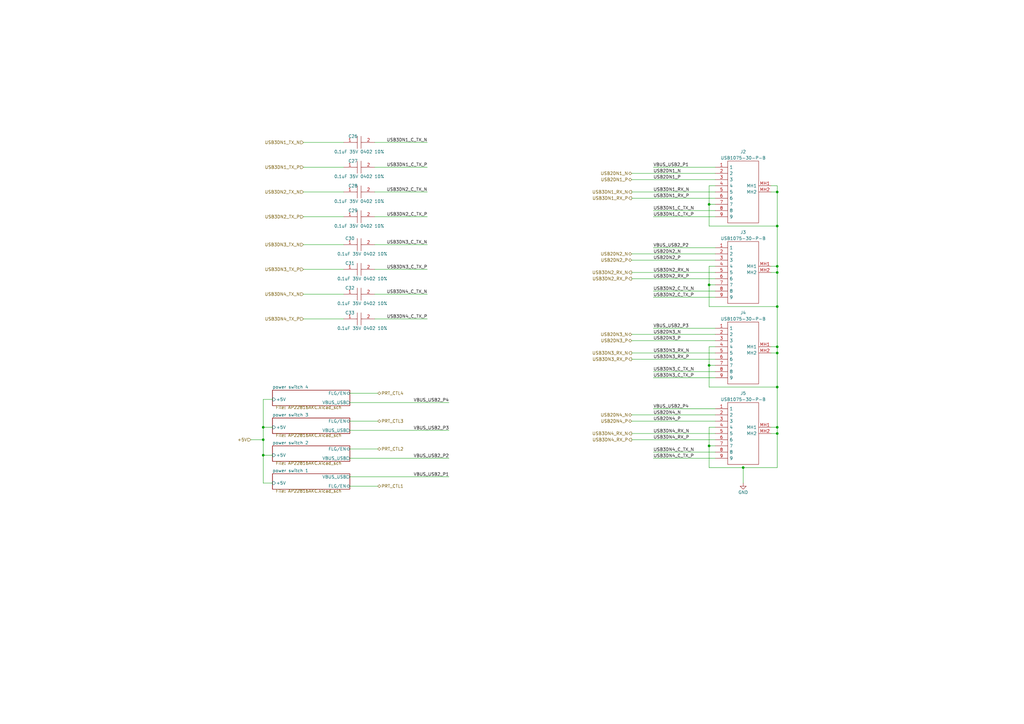
<source format=kicad_sch>
(kicad_sch (version 20230121) (generator eeschema)
  (paper "A3")
  (title_block (title "USB CONN") (date "2021-11-08") (rev "0.1"))
  (lib_symbols
    (symbol "CGA2B3X7R1V104K050BB_1" (pin_names (offset 0.762))
      (property "Reference" "C" (at 8.89 6.35 0))
      (property "Value" "CGA2B3X7R1V104K050BB_1" (at 8.89 3.81 0))
      (symbol "CGA2B3X7R1V104K050BB_1_0_0"
        (pin passive line (at 0 0 0) (length 5.08) (name "~") (number "1"))
        (pin passive line (at 12.7 0 180) (length 5.08) (name "~") (number "2"))
      )
      (symbol "CGA2B3X7R1V104K050BB_1_0_1"
        (polyline (pts (xy 5.08 0) (xy 5.588 0)) (stroke (width 0.1524)))
        (polyline (pts (xy 5.588 2.54) (xy 5.588 -2.54)) (stroke (width 0.1524)))
        (polyline (pts (xy 7.112 0) (xy 7.62 0)) (stroke (width 0.1524)))
        (polyline (pts (xy 7.112 2.54) (xy 7.112 -2.54)) (stroke (width 0.1524)))
      )
    )
    (symbol "CGA2B3X7R1V104K050BB_2" (pin_names (offset 0.762))
      (property "Reference" "C" (at 8.89 6.35 0))
      (property "Value" "CGA2B3X7R1V104K050BB_2" (at 8.89 3.81 0))
      (symbol "CGA2B3X7R1V104K050BB_2_0_0"
        (pin passive line (at 0 0 0) (length 5.08) (name "~") (number "1"))
        (pin passive line (at 12.7 0 180) (length 5.08) (name "~") (number "2"))
      )
      (symbol "CGA2B3X7R1V104K050BB_2_0_1"
        (polyline (pts (xy 5.08 0) (xy 5.588 0)) (stroke (width 0.1524)))
        (polyline (pts (xy 5.588 2.54) (xy 5.588 -2.54)) (stroke (width 0.1524)))
        (polyline (pts (xy 7.112 0) (xy 7.62 0)) (stroke (width 0.1524)))
        (polyline (pts (xy 7.112 2.54) (xy 7.112 -2.54)) (stroke (width 0.1524)))
      )
    )
    (symbol "CGA2B3X7R1V104K050BB_3" (pin_names (offset 0.762))
      (property "Reference" "C" (at 8.89 6.35 0))
      (property "Value" "CGA2B3X7R1V104K050BB_3" (at 8.89 3.81 0))
      (symbol "CGA2B3X7R1V104K050BB_3_0_0"
        (pin passive line (at 0 0 0) (length 5.08) (name "~") (number "1"))
        (pin passive line (at 12.7 0 180) (length 5.08) (name "~") (number "2"))
      )
      (symbol "CGA2B3X7R1V104K050BB_3_0_1"
        (polyline (pts (xy 5.08 0) (xy 5.588 0)) (stroke (width 0.1524)))
        (polyline (pts (xy 5.588 2.54) (xy 5.588 -2.54)) (stroke (width 0.1524)))
        (polyline (pts (xy 7.112 0) (xy 7.62 0)) (stroke (width 0.1524)))
        (polyline (pts (xy 7.112 2.54) (xy 7.112 -2.54)) (stroke (width 0.1524)))
      )
    )
    (symbol "power:GND" (power) (pin_names (offset 0))
      (property "Value" "GND" (at 0 -3.81 0))
      (symbol "GND_0_1"
        (polyline (pts (xy 0 0) (xy 0 -1.27) (xy 1.27 -1.27) (xy 0 -2.54) (xy -1.27 -1.27) (xy 0 -1.27)))
      )
      (symbol "GND_1_1"
        (pin power_in line (at 0 0 270) (length 0) hide (name "GND") (number "1"))
      )
    )
    (symbol "usb_to_lan:CGA2B3X7R1V104K050BB" (pin_names (offset 0.762))
      (property "Reference" "C" (at 8.89 6.35 0))
      (property "Value" "CGA2B3X7R1V104K050BB" (at 8.89 3.81 0))
      (symbol "CGA2B3X7R1V104K050BB_0_0"
        (pin passive line (at 0 0 0) (length 5.08) (name "~") (number "1"))
        (pin passive line (at 12.7 0 180) (length 5.08) (name "~") (number "2"))
      )
      (symbol "CGA2B3X7R1V104K050BB_0_1"
        (polyline (pts (xy 5.08 0) (xy 5.588 0)) (stroke (width 0.1524)))
        (polyline (pts (xy 5.588 2.54) (xy 5.588 -2.54)) (stroke (width 0.1524)))
        (polyline (pts (xy 7.112 0) (xy 7.62 0)) (stroke (width 0.1524)))
        (polyline (pts (xy 7.112 2.54) (xy 7.112 -2.54)) (stroke (width 0.1524)))
      )
    )
    (symbol "usb_to_lan:USB1075-30-P-B" (pin_names (offset 0.762))
      (property "Reference" "J" (at 19.05 7.62 0))
      (property "Value" "USB1075-30-P-B" (at 19.05 5.08 0))
      (symbol "USB1075-30-P-B_0_0"
        (pin passive line (at 0 0 0) (length 5.08) (name "1") (number "1"))
        (pin passive line (at 0 -2.54 0) (length 5.08) (name "2") (number "2"))
        (pin passive line (at 0 -5.08 0) (length 5.08) (name "3") (number "3"))
        (pin passive line (at 0 -7.62 0) (length 5.08) (name "4") (number "4"))
        (pin passive line (at 0 -10.16 0) (length 5.08) (name "5") (number "5"))
        (pin passive line (at 0 -12.7 0) (length 5.08) (name "6") (number "6"))
        (pin passive line (at 0 -15.24 0) (length 5.08) (name "7") (number "7"))
        (pin passive line (at 0 -17.78 0) (length 5.08) (name "8") (number "8"))
        (pin passive line (at 0 -20.32 0) (length 5.08) (name "9") (number "9"))
        (pin passive line (at 22.86 -7.62 180) (length 5.08) (name "MH1") (number "MH1"))
        (pin passive line (at 22.86 -10.16 180) (length 5.08) (name "MH2") (number "MH2"))
      )
      (symbol "USB1075-30-P-B_0_1"
        (polyline (pts (xy 5.08 2.54) (xy 17.78 2.54) (xy 17.78 -22.86) (xy 5.08 -22.86) (xy 5.08 2.54)) (stroke (width 0.1524)))
      )
    )
  )
  (junction (at 304.8 191.77))
  (junction (at 318.77 92.71))
  (junction (at 318.77 78.74))
  (junction (at 107.95 175.26))
  (junction (at 318.77 111.76))
  (junction (at 318.77 125.73))
  (junction (at 107.95 180.34))
  (junction (at 318.77 142.24))
  (junction (at 318.77 144.78))
  (junction (at 290.83 83.82))
  (junction (at 290.83 182.88))
  (junction (at 318.77 109.22))
  (junction (at 318.77 158.75))
  (junction (at 107.95 186.69))
  (junction (at 318.77 177.8))
  (junction (at 290.83 149.86))
  (junction (at 290.83 116.84))
  (junction (at 318.77 175.26))
  (wire (pts (xy 293.37 172.72) (xy 259.08 172.72)))
  (wire (pts (xy 293.37 71.12) (xy 259.08 71.12)))
  (wire (pts (xy 153.67 130.81) (xy 175.26 130.81)))
  (wire (pts (xy 140.97 58.42) (xy 124.46 58.42)))
  (wire (pts (xy 293.37 119.38) (xy 267.97 119.38)))
  (wire (pts (xy 140.97 100.33) (xy 124.46 100.33)))
  (wire (pts (xy 290.83 182.88) (xy 293.37 182.88)))
  (wire (pts (xy 107.95 175.26) (xy 111.76 175.26)))
  (wire (pts (xy 107.95 186.69) (xy 107.95 198.12)))
  (wire (pts (xy 318.77 144.78) (xy 316.23 144.78)))
  (wire (pts (xy 107.95 163.83) (xy 111.76 163.83)))
  (wire (pts (xy 318.77 177.8) (xy 318.77 191.77)))
  (wire (pts (xy 111.76 186.69) (xy 107.95 186.69)))
  (wire (pts (xy 140.97 120.65) (xy 124.46 120.65)))
  (wire (pts (xy 293.37 81.28) (xy 259.08 81.28)))
  (wire (pts (xy 318.77 158.75) (xy 318.77 175.26)))
  (wire (pts (xy 267.97 134.62) (xy 293.37 134.62)))
  (wire (pts (xy 290.83 191.77) (xy 290.83 182.88)))
  (wire (pts (xy 290.83 142.24) (xy 290.83 149.86)))
  (wire (pts (xy 290.83 116.84) (xy 293.37 116.84)))
  (wire (pts (xy 293.37 139.7) (xy 259.08 139.7)))
  (wire (pts (xy 290.83 83.82) (xy 290.83 92.71)))
  (wire (pts (xy 140.97 68.58) (xy 124.46 68.58)))
  (wire (pts (xy 267.97 167.64) (xy 293.37 167.64)))
  (wire (pts (xy 290.83 76.2) (xy 290.83 83.82)))
  (wire (pts (xy 318.77 78.74) (xy 318.77 76.2)))
  (wire (pts (xy 293.37 121.92) (xy 267.97 121.92)))
  (wire (pts (xy 290.83 125.73) (xy 318.77 125.73)))
  (wire (pts (xy 154.94 161.29) (xy 143.51 161.29)))
  (wire (pts (xy 153.67 88.9) (xy 175.26 88.9)))
  (wire (pts (xy 293.37 144.78) (xy 259.08 144.78)))
  (wire (pts (xy 316.23 78.74) (xy 318.77 78.74)))
  (wire (pts (xy 318.77 158.75) (xy 290.83 158.75)))
  (wire (pts (xy 290.83 158.75) (xy 290.83 149.86)))
  (wire (pts (xy 154.94 184.15) (xy 143.51 184.15)))
  (wire (pts (xy 318.77 175.26) (xy 318.77 177.8)))
  (wire (pts (xy 293.37 152.4) (xy 267.97 152.4)))
  (wire (pts (xy 304.8 191.77) (xy 290.83 191.77)))
  (wire (pts (xy 107.95 198.12) (xy 111.76 198.12)))
  (wire (pts (xy 318.77 111.76) (xy 316.23 111.76)))
  (wire (pts (xy 318.77 76.2) (xy 316.23 76.2)))
  (wire (pts (xy 316.23 109.22) (xy 318.77 109.22)))
  (wire (pts (xy 293.37 109.22) (xy 290.83 109.22)))
  (wire (pts (xy 102.87 180.34) (xy 107.95 180.34)))
  (wire (pts (xy 140.97 110.49) (xy 124.46 110.49)))
  (wire (pts (xy 154.94 199.39) (xy 143.51 199.39)))
  (wire (pts (xy 267.97 68.58) (xy 293.37 68.58)))
  (wire (pts (xy 293.37 86.36) (xy 267.97 86.36)))
  (wire (pts (xy 153.67 100.33) (xy 175.26 100.33)))
  (wire (pts (xy 293.37 114.3) (xy 259.08 114.3)))
  (wire (pts (xy 293.37 177.8) (xy 259.08 177.8)))
  (wire (pts (xy 290.83 109.22) (xy 290.83 116.84)))
  (wire (pts (xy 293.37 73.66) (xy 259.08 73.66)))
  (wire (pts (xy 318.77 191.77) (xy 304.8 191.77)))
  (wire (pts (xy 267.97 101.6) (xy 293.37 101.6)))
  (wire (pts (xy 293.37 154.94) (xy 267.97 154.94)))
  (wire (pts (xy 107.95 180.34) (xy 107.95 175.26)))
  (wire (pts (xy 293.37 180.34) (xy 259.08 180.34)))
  (wire (pts (xy 293.37 170.18) (xy 259.08 170.18)))
  (wire (pts (xy 154.94 172.72) (xy 143.51 172.72)))
  (wire (pts (xy 293.37 104.14) (xy 259.08 104.14)))
  (wire (pts (xy 316.23 175.26) (xy 318.77 175.26)))
  (wire (pts (xy 293.37 187.96) (xy 267.97 187.96)))
  (wire (pts (xy 318.77 142.24) (xy 318.77 144.78)))
  (wire (pts (xy 318.77 125.73) (xy 318.77 142.24)))
  (wire (pts (xy 140.97 88.9) (xy 124.46 88.9)))
  (wire (pts (xy 290.83 175.26) (xy 293.37 175.26)))
  (wire (pts (xy 290.83 83.82) (xy 293.37 83.82)))
  (wire (pts (xy 304.8 191.77) (xy 304.8 198.12)))
  (wire (pts (xy 293.37 185.42) (xy 267.97 185.42)))
  (wire (pts (xy 316.23 142.24) (xy 318.77 142.24)))
  (wire (pts (xy 107.95 175.26) (xy 107.95 163.83)))
  (wire (pts (xy 318.77 177.8) (xy 316.23 177.8)))
  (wire (pts (xy 153.67 68.58) (xy 175.26 68.58)))
  (wire (pts (xy 153.67 58.42) (xy 175.26 58.42)))
  (wire (pts (xy 293.37 137.16) (xy 259.08 137.16)))
  (wire (pts (xy 184.15 187.96) (xy 143.51 187.96)))
  (wire (pts (xy 140.97 78.74) (xy 124.46 78.74)))
  (wire (pts (xy 293.37 147.32) (xy 259.08 147.32)))
  (wire (pts (xy 290.83 149.86) (xy 293.37 149.86)))
  (wire (pts (xy 153.67 78.74) (xy 175.26 78.74)))
  (wire (pts (xy 140.97 130.81) (xy 124.46 130.81)))
  (wire (pts (xy 153.67 110.49) (xy 175.26 110.49)))
  (wire (pts (xy 318.77 144.78) (xy 318.77 158.75)))
  (wire (pts (xy 293.37 88.9) (xy 267.97 88.9)))
  (wire (pts (xy 293.37 106.68) (xy 259.08 106.68)))
  (wire (pts (xy 318.77 92.71) (xy 318.77 78.74)))
  (wire (pts (xy 290.83 116.84) (xy 290.83 125.73)))
  (wire (pts (xy 293.37 76.2) (xy 290.83 76.2)))
  (wire (pts (xy 184.15 165.1) (xy 143.51 165.1)))
  (wire (pts (xy 290.83 92.71) (xy 318.77 92.71)))
  (wire (pts (xy 318.77 111.76) (xy 318.77 125.73)))
  (wire (pts (xy 184.15 195.58) (xy 143.51 195.58)))
  (wire (pts (xy 318.77 92.71) (xy 318.77 109.22)))
  (wire (pts (xy 290.83 182.88) (xy 290.83 175.26)))
  (wire (pts (xy 184.15 176.53) (xy 143.51 176.53)))
  (wire (pts (xy 107.95 186.69) (xy 107.95 180.34)))
  (wire (pts (xy 293.37 142.24) (xy 290.83 142.24)))
  (wire (pts (xy 318.77 109.22) (xy 318.77 111.76)))
  (wire (pts (xy 293.37 78.74) (xy 259.08 78.74)))
  (wire (pts (xy 153.67 120.65) (xy 175.26 120.65)))
  (wire (pts (xy 293.37 111.76) (xy 259.08 111.76)))
  (label "VBUS_USB2_P2" (at 184.15 187.96 180))
  (label "USB3DN3_C_TX_N" (at 175.26 100.33 180))
  (label "USB3DN4_RX_N" (at 267.97 177.8 0))
  (label "USB3DN1_RX_P" (at 267.97 81.28 0))
  (label "USB3DN1_C_TX_N" (at 175.26 58.42 180))
  (label "USB3DN2_RX_N" (at 267.97 111.76 0))
  (label "USB3DN4_RX_P" (at 267.97 180.34 0))
  (label "USB2DN2_P" (at 267.97 106.68 0))
  (label "USB3DN3_RX_P" (at 267.97 147.32 0))
  (label "USB3DN1_C_TX_P" (at 175.26 68.58 180))
  (label "USB3DN2_RX_P" (at 267.97 114.3 0))
  (label "USB3DN4_C_TX_P" (at 175.26 130.81 180))
  (label "USB3DN2_C_TX_P" (at 267.97 121.92 0))
  (label "USB3DN2_C_TX_P" (at 175.26 88.9 180))
  (label "USB3DN1_RX_N" (at 267.97 78.74 0))
  (label "USB3DN1_C_TX_N" (at 267.97 86.36 0))
  (label "VBUS_USB2_P4" (at 267.97 167.64 0))
  (label "USB3DN3_C_TX_N" (at 267.97 152.4 0))
  (label "USB3DN4_C_TX_N" (at 175.26 120.65 180))
  (label "USB3DN2_C_TX_N" (at 267.97 119.38 0))
  (label "VBUS_USB2_P3" (at 267.97 134.62 0))
  (label "USB3DN4_C_TX_N" (at 267.97 185.42 0))
  (label "USB2DN3_N" (at 267.97 137.16 0))
  (label "VBUS_USB2_P4" (at 184.15 165.1 180))
  (label "USB3DN1_C_TX_P" (at 267.97 88.9 0))
  (label "VBUS_USB2_P2" (at 267.97 101.6 0))
  (label "VBUS_USB2_P1" (at 184.15 195.58 180))
  (label "USB3DN4_C_TX_P" (at 267.97 187.96 0))
  (label "USB3DN2_C_TX_N" (at 175.26 78.74 180))
  (label "USB3DN3_C_TX_P" (at 267.97 154.94 0))
  (label "USB2DN3_P" (at 267.97 139.7 0))
  (label "USB2DN1_P" (at 267.97 73.66 0))
  (label "USB3DN3_RX_N" (at 267.97 144.78 0))
  (label "USB3DN3_C_TX_P" (at 175.26 110.49 180))
  (label "USB2DN1_N" (at 267.97 71.12 0))
  (label "USB2DN4_N" (at 267.97 170.18 0))
  (label "USB2DN2_N" (at 267.97 104.14 0))
  (label "VBUS_USB2_P1" (at 267.97 68.58 0))
  (label "VBUS_USB2_P3" (at 184.15 176.53 180))
  (label "USB2DN4_P" (at 267.97 172.72 0))
  (hierarchical_label "USB2DN2_P" (shape bidirectional) (at 259.08 106.68 180))
  (hierarchical_label "USB3DN3_TX_P" (shape input) (at 124.46 110.49 180))
  (hierarchical_label "USB3DN2_RX_N" (shape output) (at 259.08 111.76 180))
  (hierarchical_label "PRT_CTL2" (shape bidirectional) (at 154.94 184.15 0))
  (hierarchical_label "USB3DN1_RX_P" (shape output) (at 259.08 81.28 180))
  (hierarchical_label "USB2DN4_P" (shape bidirectional) (at 259.08 172.72 180))
  (hierarchical_label "USB3DN2_RX_P" (shape output) (at 259.08 114.3 180))
  (hierarchical_label "USB3DN2_TX_P" (shape input) (at 124.46 88.9 180))
  (hierarchical_label "USB2DN3_P" (shape bidirectional) (at 259.08 139.7 180))
  (hierarchical_label "USB3DN3_RX_P" (shape output) (at 259.08 147.32 180))
  (hierarchical_label "USB3DN4_TX_P" (shape input) (at 124.46 130.81 180))
  (hierarchical_label "PRT_CTL1" (shape bidirectional) (at 154.94 199.39 0))
  (hierarchical_label "USB2DN1_P" (shape bidirectional) (at 259.08 73.66 180))
  (hierarchical_label "USB2DN4_N" (shape bidirectional) (at 259.08 170.18 180))
  (hierarchical_label "USB2DN1_N" (shape bidirectional) (at 259.08 71.12 180))
  (hierarchical_label "USB3DN3_RX_N" (shape output) (at 259.08 144.78 180))
  (hierarchical_label "USB3DN4_TX_N" (shape input) (at 124.46 120.65 180))
  (hierarchical_label "USB2DN3_N" (shape bidirectional) (at 259.08 137.16 180))
  (hierarchical_label "USB3DN2_TX_N" (shape input) (at 124.46 78.74 180))
  (hierarchical_label "PRT_CTL4" (shape bidirectional) (at 154.94 161.29 0))
  (hierarchical_label "+5V" (shape input) (at 102.87 180.34 180))
  (hierarchical_label "USB2DN2_N" (shape bidirectional) (at 259.08 104.14 180))
  (hierarchical_label "USB3DN1_RX_N" (shape output) (at 259.08 78.74 180))
  (hierarchical_label "USB3DN1_TX_N" (shape input) (at 124.46 58.42 180))
  (hierarchical_label "USB3DN1_TX_P" (shape input) (at 124.46 68.58 180))
  (hierarchical_label "USB3DN4_RX_N" (shape output) (at 259.08 177.8 180))
  (hierarchical_label "USB3DN3_TX_N" (shape input) (at 124.46 100.33 180))
  (hierarchical_label "USB3DN4_RX_P" (shape output) (at 259.08 180.34 180))
  (hierarchical_label "PRT_CTL3" (shape bidirectional) (at 154.94 172.72 0))
  (symbol (lib_name "CGA2B3X7R1V104K050BB_2") (lib_id "usb_to_lan:CGA2B3X7R1V104K050BB") (at 140.97 100.33 0) (unit 1)
    (property "Reference" "C30" (at 143.51 97.79 0))
    (property "Value" "0.1uF 35V 0402 10%" (at 148.59 104.14 0))
    (property "Footprint" "C_0402_1005Metric" (effects hide))
    (property "Datasheet" "https://datasheet.datasheetarchive.com/originals/distributors/Datasheets-DGA20/25667.pdf" (effects hide))
    (property "Description" "Capacitor Auto CGA 0402 35V 100nF X7R" (effects hide))
    (property "Height" "0.55" (effects hide))
    (property "Manufacturer_Name" "TDK" (effects hide))
    (property "Manufacturer_Part_Number" "CGA2B3X7R1V104K050BB" (effects hide))
    (property "Mouser Part Number" "810-CGA2B3X7R1V104K" (effects hide))
    (property "Mouser Price/Stock" "https://www.mouser.co.uk/ProductDetail/TDK/CGA2B3X7R1V104K050BB?qs=NRhsANhppD%252Bp9zWDEim%2FoA%3D%3D" (effects hide))
    (property "Arrow Part Number" "CGA2B3X7R1V104K050BB" (effects hide))
    (property "Arrow Price/Stock" "https://www.arrow.com/en/products/cga2b3x7r1v104k050bb/tdk?region=nac" (effects hide))
  )
  (symbol (lib_name "CGA2B3X7R1V104K050BB_3") (lib_id "usb_to_lan:CGA2B3X7R1V104K050BB") (at 140.97 110.49 0) (unit 1)
    (property "Reference" "C31" (at 143.51 107.95 0))
    (property "Value" "0.1uF 35V 0402 10%" (at 148.59 114.3 0))
    (property "Footprint" "C_0402_1005Metric" (effects hide))
    (property "Datasheet" "https://datasheet.datasheetarchive.com/originals/distributors/Datasheets-DGA20/25667.pdf" (effects hide))
    (property "Description" "Capacitor Auto CGA 0402 35V 100nF X7R" (effects hide))
    (property "Height" "0.55" (effects hide))
    (property "Manufacturer_Name" "TDK" (effects hide))
    (property "Manufacturer_Part_Number" "CGA2B3X7R1V104K050BB" (effects hide))
    (property "Mouser Part Number" "810-CGA2B3X7R1V104K" (effects hide))
    (property "Mouser Price/Stock" "https://www.mouser.co.uk/ProductDetail/TDK/CGA2B3X7R1V104K050BB?qs=NRhsANhppD%252Bp9zWDEim%2FoA%3D%3D" (effects hide))
    (property "Arrow Part Number" "CGA2B3X7R1V104K050BB" (effects hide))
    (property "Arrow Price/Stock" "https://www.arrow.com/en/products/cga2b3x7r1v104k050bb/tdk?region=nac" (effects hide))
  )
  (symbol (lib_id "usb_to_lan:CGA2B3X7R1V104K050BB") (at 140.97 120.65 0) (unit 1)
    (property "Reference" "C32" (at 143.51 118.11 0))
    (property "Value" "0.1uF 35V 0402 10%" (at 148.59 124.46 0))
    (property "Footprint" "C_0402_1005Metric" (effects hide))
    (property "Datasheet" "https://datasheet.datasheetarchive.com/originals/distributors/Datasheets-DGA20/25667.pdf" (effects hide))
    (property "Description" "Capacitor Auto CGA 0402 35V 100nF X7R" (effects hide))
    (property "Height" "0.55" (effects hide))
    (property "Manufacturer_Name" "TDK" (effects hide))
    (property "Manufacturer_Part_Number" "CGA2B3X7R1V104K050BB" (effects hide))
    (property "Mouser Part Number" "810-CGA2B3X7R1V104K" (effects hide))
    (property "Mouser Price/Stock" "https://www.mouser.co.uk/ProductDetail/TDK/CGA2B3X7R1V104K050BB?qs=NRhsANhppD%252Bp9zWDEim%2FoA%3D%3D" (effects hide))
    (property "Arrow Part Number" "CGA2B3X7R1V104K050BB" (effects hide))
    (property "Arrow Price/Stock" "https://www.arrow.com/en/products/cga2b3x7r1v104k050bb/tdk?region=nac" (effects hide))
  )
  (symbol (lib_name "CGA2B3X7R1V104K050BB_1") (lib_id "usb_to_lan:CGA2B3X7R1V104K050BB") (at 140.97 130.81 0) (unit 1)
    (property "Reference" "C33" (at 143.51 128.27 0))
    (property "Value" "0.1uF 35V 0402 10%" (at 148.59 134.62 0))
    (property "Footprint" "C_0402_1005Metric" (effects hide))
    (property "Datasheet" "https://datasheet.datasheetarchive.com/originals/distributors/Datasheets-DGA20/25667.pdf" (effects hide))
    (property "Description" "Capacitor Auto CGA 0402 35V 100nF X7R" (effects hide))
    (property "Height" "0.55" (effects hide))
    (property "Manufacturer_Name" "TDK" (effects hide))
    (property "Manufacturer_Part_Number" "CGA2B3X7R1V104K050BB" (effects hide))
    (property "Mouser Part Number" "810-CGA2B3X7R1V104K" (effects hide))
    (property "Mouser Price/Stock" "https://www.mouser.co.uk/ProductDetail/TDK/CGA2B3X7R1V104K050BB?qs=NRhsANhppD%252Bp9zWDEim%2FoA%3D%3D" (effects hide))
    (property "Arrow Part Number" "CGA2B3X7R1V104K050BB" (effects hide))
    (property "Arrow Price/Stock" "https://www.arrow.com/en/products/cga2b3x7r1v104k050bb/tdk?region=nac" (effects hide))
  )
  (symbol (lib_id "usb_to_lan:CGA2B3X7R1V104K050BB") (at 140.97 88.9 0) (unit 1)
    (property "Reference" "C29" (at 144.78 86.36 0))
    (property "Value" "0.1uF 35V 0402 10%" (at 147.32 92.71 0))
    (property "Footprint" "C_0402_1005Metric" (effects hide))
    (property "Datasheet" "https://datasheet.datasheetarchive.com/originals/distributors/Datasheets-DGA20/25667.pdf" (effects hide))
    (property "Description" "Capacitor Auto CGA 0402 35V 100nF X7R" (effects hide))
    (property "Height" "0.55" (effects hide))
    (property "Manufacturer_Name" "TDK" (effects hide))
    (property "Manufacturer_Part_Number" "CGA2B3X7R1V104K050BB" (effects hide))
    (property "Mouser Part Number" "810-CGA2B3X7R1V104K" (effects hide))
    (property "Mouser Price/Stock" "https://www.mouser.co.uk/ProductDetail/TDK/CGA2B3X7R1V104K050BB?qs=NRhsANhppD%252Bp9zWDEim%2FoA%3D%3D" (effects hide))
    (property "Arrow Part Number" "CGA2B3X7R1V104K050BB" (effects hide))
    (property "Arrow Price/Stock" "https://www.arrow.com/en/products/cga2b3x7r1v104k050bb/tdk?region=nac" (effects hide))
  )
  (symbol (lib_name "CGA2B3X7R1V104K050BB_1") (lib_id "usb_to_lan:CGA2B3X7R1V104K050BB") (at 140.97 78.74 0) (unit 1)
    (property "Reference" "C28" (at 144.78 76.2 0))
    (property "Value" "0.1uF 35V 0402 10%" (at 147.32 82.55 0))
    (property "Footprint" "C_0402_1005Metric" (effects hide))
    (property "Datasheet" "https://datasheet.datasheetarchive.com/originals/distributors/Datasheets-DGA20/25667.pdf" (effects hide))
    (property "Description" "Capacitor Auto CGA 0402 35V 100nF X7R" (effects hide))
    (property "Height" "0.55" (effects hide))
    (property "Manufacturer_Name" "TDK" (effects hide))
    (property "Manufacturer_Part_Number" "CGA2B3X7R1V104K050BB" (effects hide))
    (property "Mouser Part Number" "810-CGA2B3X7R1V104K" (effects hide))
    (property "Mouser Price/Stock" "https://www.mouser.co.uk/ProductDetail/TDK/CGA2B3X7R1V104K050BB?qs=NRhsANhppD%252Bp9zWDEim%2FoA%3D%3D" (effects hide))
    (property "Arrow Part Number" "CGA2B3X7R1V104K050BB" (effects hide))
    (property "Arrow Price/Stock" "https://www.arrow.com/en/products/cga2b3x7r1v104k050bb/tdk?region=nac" (effects hide))
  )
  (symbol (lib_id "usb_to_lan:USB1075-30-P-B") (at 293.37 101.6 0) (unit 1)
    (property "Reference" "J3" (at 304.8 95.25 0))
    (property "Value" "USB1075-30-P-B" (at 304.8 97.79 0))
    (property "Footprint" "USB107530PB" (effects hide))
    (property "Datasheet" "https://componentsearchengine.com/Datasheets/2/USB1075-30-P-B.pdf" (effects hide))
    (property "Description" "USB Connectors USB3.0 A Skt, Thru Hole, R/A, 30u\", With kinked stake, Tray" (effects hide))
    (property "Height" "7.24" (effects hide))
    (property "Manufacturer_Name" "GCT (GLOBAL CONNECTOR TECHNOLOGY)" (effects hide))
    (property "Manufacturer_Part_Number" "USB1075-30-P-B" (effects hide))
    (property "Mouser Part Number" "640-USB1075-30-P-B" (effects hide))
    (property "Mouser Price/Stock" "https://www.mouser.co.uk/ProductDetail/GCT/USB1075-30-P-B?qs=KUoIvG%2F9IlZYzf7vNUF1qQ%3D%3D" (effects hide))
  )
  (symbol (lib_id "usb_to_lan:CGA2B3X7R1V104K050BB") (at 140.97 68.58 0) (unit 1)
    (property "Reference" "C27" (at 144.78 66.04 0))
    (property "Value" "0.1uF 35V 0402 10%" (at 147.32 72.39 0))
    (property "Footprint" "C_0402_1005Metric" (effects hide))
    (property "Datasheet" "https://datasheet.datasheetarchive.com/originals/distributors/Datasheets-DGA20/25667.pdf" (effects hide))
    (property "Description" "Capacitor Auto CGA 0402 35V 100nF X7R" (effects hide))
    (property "Height" "0.55" (effects hide))
    (property "Manufacturer_Name" "TDK" (effects hide))
    (property "Manufacturer_Part_Number" "CGA2B3X7R1V104K050BB" (effects hide))
    (property "Mouser Part Number" "810-CGA2B3X7R1V104K" (effects hide))
    (property "Mouser Price/Stock" "https://www.mouser.co.uk/ProductDetail/TDK/CGA2B3X7R1V104K050BB?qs=NRhsANhppD%252Bp9zWDEim%2FoA%3D%3D" (effects hide))
    (property "Arrow Part Number" "CGA2B3X7R1V104K050BB" (effects hide))
    (property "Arrow Price/Stock" "https://www.arrow.com/en/products/cga2b3x7r1v104k050bb/tdk?region=nac" (effects hide))
  )
  (symbol (lib_id "usb_to_lan:USB1075-30-P-B") (at 293.37 134.62 0) (unit 1)
    (property "Reference" "J4" (at 304.8 128.27 0))
    (property "Value" "USB1075-30-P-B" (at 304.8 130.81 0))
    (property "Footprint" "USB107530PB" (effects hide))
    (property "Datasheet" "https://componentsearchengine.com/Datasheets/2/USB1075-30-P-B.pdf" (effects hide))
    (property "Description" "USB Connectors USB3.0 A Skt, Thru Hole, R/A, 30u\", With kinked stake, Tray" (effects hide))
    (property "Height" "7.24" (effects hide))
    (property "Manufacturer_Name" "GCT (GLOBAL CONNECTOR TECHNOLOGY)" (effects hide))
    (property "Manufacturer_Part_Number" "USB1075-30-P-B" (effects hide))
    (property "Mouser Part Number" "640-USB1075-30-P-B" (effects hide))
    (property "Mouser Price/Stock" "https://www.mouser.co.uk/ProductDetail/GCT/USB1075-30-P-B?qs=KUoIvG%2F9IlZYzf7vNUF1qQ%3D%3D" (effects hide))
  )
  (symbol (lib_id "power:GND") (at 304.8 198.12 0) (unit 1)
    (property "Reference" "#PWR025" (effects hide))
    (property "Value" "GND" (at 304.8 201.93 0))
  )
  (symbol (lib_id "usb_to_lan:USB1075-30-P-B") (at 293.37 68.58 0) (unit 1)
    (property "Reference" "J2" (at 304.8 62.23 0))
    (property "Value" "USB1075-30-P-B" (at 304.8 64.77 0))
    (property "Footprint" "USB107530PB" (effects hide))
    (property "Datasheet" "https://componentsearchengine.com/Datasheets/2/USB1075-30-P-B.pdf" (effects hide))
    (property "Description" "USB Connectors USB3.0 A Skt, Thru Hole, R/A, 30u\", With kinked stake, Tray" (effects hide))
    (property "Height" "7.24" (effects hide))
    (property "Manufacturer_Name" "GCT (GLOBAL CONNECTOR TECHNOLOGY)" (effects hide))
    (property "Manufacturer_Part_Number" "USB1075-30-P-B" (effects hide))
    (property "Mouser Part Number" "640-USB1075-30-P-B" (effects hide))
    (property "Mouser Price/Stock" "https://www.mouser.co.uk/ProductDetail/GCT/USB1075-30-P-B?qs=KUoIvG%2F9IlZYzf7vNUF1qQ%3D%3D" (effects hide))
  )
  (symbol (lib_id "usb_to_lan:USB1075-30-P-B") (at 293.37 167.64 0) (unit 1)
    (property "Reference" "J5" (at 304.8 161.29 0))
    (property "Value" "USB1075-30-P-B" (at 304.8 163.83 0))
    (property "Footprint" "USB107530PB" (effects hide))
    (property "Datasheet" "https://componentsearchengine.com/Datasheets/2/USB1075-30-P-B.pdf" (effects hide))
    (property "Description" "USB Connectors USB3.0 A Skt, Thru Hole, R/A, 30u\", With kinked stake, Tray" (effects hide))
    (property "Height" "7.24" (effects hide))
    (property "Manufacturer_Name" "GCT (GLOBAL CONNECTOR TECHNOLOGY)" (effects hide))
    (property "Manufacturer_Part_Number" "USB1075-30-P-B" (effects hide))
    (property "Mouser Part Number" "640-USB1075-30-P-B" (effects hide))
    (property "Mouser Price/Stock" "https://www.mouser.co.uk/ProductDetail/GCT/USB1075-30-P-B?qs=KUoIvG%2F9IlZYzf7vNUF1qQ%3D%3D" (effects hide))
  )
  (symbol (lib_name "CGA2B3X7R1V104K050BB_1") (lib_id "usb_to_lan:CGA2B3X7R1V104K050BB") (at 140.97 58.42 0) (unit 1)
    (property "Reference" "C26" (at 144.78 55.88 0))
    (property "Value" "0.1uF 35V 0402 10%" (at 147.32 62.23 0))
    (property "Footprint" "C_0402_1005Metric" (effects hide))
    (property "Datasheet" "https://datasheet.datasheetarchive.com/originals/distributors/Datasheets-DGA20/25667.pdf" (effects hide))
    (property "Description" "Capacitor Auto CGA 0402 35V 100nF X7R" (effects hide))
    (property "Height" "0.55" (effects hide))
    (property "Manufacturer_Name" "TDK" (effects hide))
    (property "Manufacturer_Part_Number" "CGA2B3X7R1V104K050BB" (effects hide))
    (property "Mouser Part Number" "810-CGA2B3X7R1V104K" (effects hide))
    (property "Mouser Price/Stock" "https://www.mouser.co.uk/ProductDetail/TDK/CGA2B3X7R1V104K050BB?qs=NRhsANhppD%252Bp9zWDEim%2FoA%3D%3D" (effects hide))
    (property "Arrow Part Number" "CGA2B3X7R1V104K050BB" (effects hide))
    (property "Arrow Price/Stock" "https://www.arrow.com/en/products/cga2b3x7r1v104k050bb/tdk?region=nac" (effects hide))
  )
  (sheet (at 111.76 160.02) (size 31.75 6.35) (stroke (width 0.1524))
    (property "Sheetname" "power switch 4" (at 111.76 158.75 0) (effects (justify left)))
    (property "Sheetfile" "AP22816AKC.kicad_sch" (at 113.03 166.37 0) (effects (justify left top)))
    (pin "+5V" input (at 111.76 163.83 180))
    (pin "FLG{slash}EN" bidirectional (at 143.51 161.29 0))
    (pin "VBUS_USB" output (at 143.51 165.1 0))
  )
  (sheet (at 111.76 182.88) (size 31.75 6.35) (stroke (width 0.1524))
    (property "Sheetname" "power switch 2" (at 111.76 181.61 0) (effects (justify left)))
    (property "Sheetfile" "AP22816AKC.kicad_sch" (at 113.03 189.23 0) (effects (justify left top)))
    (pin "+5V" input (at 111.76 186.69 180))
    (pin "FLG{slash}EN" bidirectional (at 143.51 184.15 0))
    (pin "VBUS_USB" output (at 143.51 187.96 0))
  )
  (sheet (at 111.76 194.31) (size 31.75 6.35) (stroke (width 0.1524))
    (property "Sheetname" "power switch 1" (at 111.76 193.04 0) (effects (justify left)))
    (property "Sheetfile" "AP22816AKC.kicad_sch" (at 113.03 200.66 0) (effects (justify left top)))
    (pin "+5V" input (at 111.76 198.12 180))
    (pin "FLG{slash}EN" bidirectional (at 143.51 199.39 0))
    (pin "VBUS_USB" output (at 143.51 195.58 0))
  )
  (sheet (at 111.76 171.45) (size 31.75 6.35) (stroke (width 0.1524))
    (property "Sheetname" "power switch 3" (at 111.76 170.18 0) (effects (justify left)))
    (property "Sheetfile" "AP22816AKC.kicad_sch" (at 113.03 177.8 0) (effects (justify left top)))
    (pin "+5V" input (at 111.76 175.26 180))
    (pin "FLG{slash}EN" bidirectional (at 143.51 172.72 0))
    (pin "VBUS_USB" output (at 143.51 176.53 0))
  )
)
</source>
